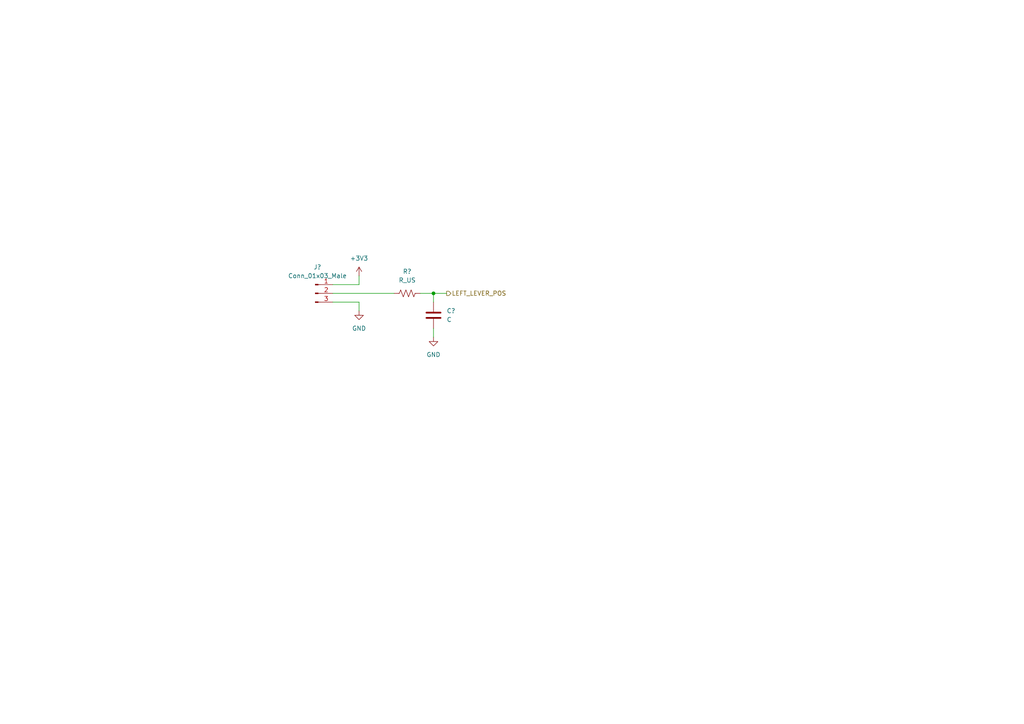
<source format=kicad_sch>
(kicad_sch (version 20211123) (generator eeschema)

  (uuid a837b3ea-1031-4dca-937f-f3e39132211c)

  (paper "A4")

  (lib_symbols
    (symbol "Connector:Conn_01x03_Male" (pin_names (offset 1.016) hide) (in_bom yes) (on_board yes)
      (property "Reference" "J" (id 0) (at 0 5.08 0)
        (effects (font (size 1.27 1.27)))
      )
      (property "Value" "Conn_01x03_Male" (id 1) (at 0 -5.08 0)
        (effects (font (size 1.27 1.27)))
      )
      (property "Footprint" "" (id 2) (at 0 0 0)
        (effects (font (size 1.27 1.27)) hide)
      )
      (property "Datasheet" "~" (id 3) (at 0 0 0)
        (effects (font (size 1.27 1.27)) hide)
      )
      (property "ki_keywords" "connector" (id 4) (at 0 0 0)
        (effects (font (size 1.27 1.27)) hide)
      )
      (property "ki_description" "Generic connector, single row, 01x03, script generated (kicad-library-utils/schlib/autogen/connector/)" (id 5) (at 0 0 0)
        (effects (font (size 1.27 1.27)) hide)
      )
      (property "ki_fp_filters" "Connector*:*_1x??_*" (id 6) (at 0 0 0)
        (effects (font (size 1.27 1.27)) hide)
      )
      (symbol "Conn_01x03_Male_1_1"
        (polyline
          (pts
            (xy 1.27 -2.54)
            (xy 0.8636 -2.54)
          )
          (stroke (width 0.1524) (type default) (color 0 0 0 0))
          (fill (type none))
        )
        (polyline
          (pts
            (xy 1.27 0)
            (xy 0.8636 0)
          )
          (stroke (width 0.1524) (type default) (color 0 0 0 0))
          (fill (type none))
        )
        (polyline
          (pts
            (xy 1.27 2.54)
            (xy 0.8636 2.54)
          )
          (stroke (width 0.1524) (type default) (color 0 0 0 0))
          (fill (type none))
        )
        (rectangle (start 0.8636 -2.413) (end 0 -2.667)
          (stroke (width 0.1524) (type default) (color 0 0 0 0))
          (fill (type outline))
        )
        (rectangle (start 0.8636 0.127) (end 0 -0.127)
          (stroke (width 0.1524) (type default) (color 0 0 0 0))
          (fill (type outline))
        )
        (rectangle (start 0.8636 2.667) (end 0 2.413)
          (stroke (width 0.1524) (type default) (color 0 0 0 0))
          (fill (type outline))
        )
        (pin passive line (at 5.08 2.54 180) (length 3.81)
          (name "Pin_1" (effects (font (size 1.27 1.27))))
          (number "1" (effects (font (size 1.27 1.27))))
        )
        (pin passive line (at 5.08 0 180) (length 3.81)
          (name "Pin_2" (effects (font (size 1.27 1.27))))
          (number "2" (effects (font (size 1.27 1.27))))
        )
        (pin passive line (at 5.08 -2.54 180) (length 3.81)
          (name "Pin_3" (effects (font (size 1.27 1.27))))
          (number "3" (effects (font (size 1.27 1.27))))
        )
      )
    )
    (symbol "Device:C" (pin_numbers hide) (pin_names (offset 0.254)) (in_bom yes) (on_board yes)
      (property "Reference" "C" (id 0) (at 0.635 2.54 0)
        (effects (font (size 1.27 1.27)) (justify left))
      )
      (property "Value" "C" (id 1) (at 0.635 -2.54 0)
        (effects (font (size 1.27 1.27)) (justify left))
      )
      (property "Footprint" "" (id 2) (at 0.9652 -3.81 0)
        (effects (font (size 1.27 1.27)) hide)
      )
      (property "Datasheet" "~" (id 3) (at 0 0 0)
        (effects (font (size 1.27 1.27)) hide)
      )
      (property "ki_keywords" "cap capacitor" (id 4) (at 0 0 0)
        (effects (font (size 1.27 1.27)) hide)
      )
      (property "ki_description" "Unpolarized capacitor" (id 5) (at 0 0 0)
        (effects (font (size 1.27 1.27)) hide)
      )
      (property "ki_fp_filters" "C_*" (id 6) (at 0 0 0)
        (effects (font (size 1.27 1.27)) hide)
      )
      (symbol "C_0_1"
        (polyline
          (pts
            (xy -2.032 -0.762)
            (xy 2.032 -0.762)
          )
          (stroke (width 0.508) (type default) (color 0 0 0 0))
          (fill (type none))
        )
        (polyline
          (pts
            (xy -2.032 0.762)
            (xy 2.032 0.762)
          )
          (stroke (width 0.508) (type default) (color 0 0 0 0))
          (fill (type none))
        )
      )
      (symbol "C_1_1"
        (pin passive line (at 0 3.81 270) (length 2.794)
          (name "~" (effects (font (size 1.27 1.27))))
          (number "1" (effects (font (size 1.27 1.27))))
        )
        (pin passive line (at 0 -3.81 90) (length 2.794)
          (name "~" (effects (font (size 1.27 1.27))))
          (number "2" (effects (font (size 1.27 1.27))))
        )
      )
    )
    (symbol "Device:R_US" (pin_numbers hide) (pin_names (offset 0)) (in_bom yes) (on_board yes)
      (property "Reference" "R" (id 0) (at 2.54 0 90)
        (effects (font (size 1.27 1.27)))
      )
      (property "Value" "R_US" (id 1) (at -2.54 0 90)
        (effects (font (size 1.27 1.27)))
      )
      (property "Footprint" "" (id 2) (at 1.016 -0.254 90)
        (effects (font (size 1.27 1.27)) hide)
      )
      (property "Datasheet" "~" (id 3) (at 0 0 0)
        (effects (font (size 1.27 1.27)) hide)
      )
      (property "ki_keywords" "R res resistor" (id 4) (at 0 0 0)
        (effects (font (size 1.27 1.27)) hide)
      )
      (property "ki_description" "Resistor, US symbol" (id 5) (at 0 0 0)
        (effects (font (size 1.27 1.27)) hide)
      )
      (property "ki_fp_filters" "R_*" (id 6) (at 0 0 0)
        (effects (font (size 1.27 1.27)) hide)
      )
      (symbol "R_US_0_1"
        (polyline
          (pts
            (xy 0 -2.286)
            (xy 0 -2.54)
          )
          (stroke (width 0) (type default) (color 0 0 0 0))
          (fill (type none))
        )
        (polyline
          (pts
            (xy 0 2.286)
            (xy 0 2.54)
          )
          (stroke (width 0) (type default) (color 0 0 0 0))
          (fill (type none))
        )
        (polyline
          (pts
            (xy 0 -0.762)
            (xy 1.016 -1.143)
            (xy 0 -1.524)
            (xy -1.016 -1.905)
            (xy 0 -2.286)
          )
          (stroke (width 0) (type default) (color 0 0 0 0))
          (fill (type none))
        )
        (polyline
          (pts
            (xy 0 0.762)
            (xy 1.016 0.381)
            (xy 0 0)
            (xy -1.016 -0.381)
            (xy 0 -0.762)
          )
          (stroke (width 0) (type default) (color 0 0 0 0))
          (fill (type none))
        )
        (polyline
          (pts
            (xy 0 2.286)
            (xy 1.016 1.905)
            (xy 0 1.524)
            (xy -1.016 1.143)
            (xy 0 0.762)
          )
          (stroke (width 0) (type default) (color 0 0 0 0))
          (fill (type none))
        )
      )
      (symbol "R_US_1_1"
        (pin passive line (at 0 3.81 270) (length 1.27)
          (name "~" (effects (font (size 1.27 1.27))))
          (number "1" (effects (font (size 1.27 1.27))))
        )
        (pin passive line (at 0 -3.81 90) (length 1.27)
          (name "~" (effects (font (size 1.27 1.27))))
          (number "2" (effects (font (size 1.27 1.27))))
        )
      )
    )
    (symbol "power:+3V3" (power) (pin_names (offset 0)) (in_bom yes) (on_board yes)
      (property "Reference" "#PWR" (id 0) (at 0 -3.81 0)
        (effects (font (size 1.27 1.27)) hide)
      )
      (property "Value" "+3V3" (id 1) (at 0 3.556 0)
        (effects (font (size 1.27 1.27)))
      )
      (property "Footprint" "" (id 2) (at 0 0 0)
        (effects (font (size 1.27 1.27)) hide)
      )
      (property "Datasheet" "" (id 3) (at 0 0 0)
        (effects (font (size 1.27 1.27)) hide)
      )
      (property "ki_keywords" "power-flag" (id 4) (at 0 0 0)
        (effects (font (size 1.27 1.27)) hide)
      )
      (property "ki_description" "Power symbol creates a global label with name \"+3V3\"" (id 5) (at 0 0 0)
        (effects (font (size 1.27 1.27)) hide)
      )
      (symbol "+3V3_0_1"
        (polyline
          (pts
            (xy -0.762 1.27)
            (xy 0 2.54)
          )
          (stroke (width 0) (type default) (color 0 0 0 0))
          (fill (type none))
        )
        (polyline
          (pts
            (xy 0 0)
            (xy 0 2.54)
          )
          (stroke (width 0) (type default) (color 0 0 0 0))
          (fill (type none))
        )
        (polyline
          (pts
            (xy 0 2.54)
            (xy 0.762 1.27)
          )
          (stroke (width 0) (type default) (color 0 0 0 0))
          (fill (type none))
        )
      )
      (symbol "+3V3_1_1"
        (pin power_in line (at 0 0 90) (length 0) hide
          (name "+3V3" (effects (font (size 1.27 1.27))))
          (number "1" (effects (font (size 1.27 1.27))))
        )
      )
    )
    (symbol "power:GND" (power) (pin_names (offset 0)) (in_bom yes) (on_board yes)
      (property "Reference" "#PWR" (id 0) (at 0 -6.35 0)
        (effects (font (size 1.27 1.27)) hide)
      )
      (property "Value" "GND" (id 1) (at 0 -3.81 0)
        (effects (font (size 1.27 1.27)))
      )
      (property "Footprint" "" (id 2) (at 0 0 0)
        (effects (font (size 1.27 1.27)) hide)
      )
      (property "Datasheet" "" (id 3) (at 0 0 0)
        (effects (font (size 1.27 1.27)) hide)
      )
      (property "ki_keywords" "power-flag" (id 4) (at 0 0 0)
        (effects (font (size 1.27 1.27)) hide)
      )
      (property "ki_description" "Power symbol creates a global label with name \"GND\" , ground" (id 5) (at 0 0 0)
        (effects (font (size 1.27 1.27)) hide)
      )
      (symbol "GND_0_1"
        (polyline
          (pts
            (xy 0 0)
            (xy 0 -1.27)
            (xy 1.27 -1.27)
            (xy 0 -2.54)
            (xy -1.27 -1.27)
            (xy 0 -1.27)
          )
          (stroke (width 0) (type default) (color 0 0 0 0))
          (fill (type none))
        )
      )
      (symbol "GND_1_1"
        (pin power_in line (at 0 0 270) (length 0) hide
          (name "GND" (effects (font (size 1.27 1.27))))
          (number "1" (effects (font (size 1.27 1.27))))
        )
      )
    )
  )

  (junction (at 125.73 85.09) (diameter 0) (color 0 0 0 0)
    (uuid 0c24d6c3-2172-4247-9eb7-b6c30be00e68)
  )

  (wire (pts (xy 125.73 85.09) (xy 129.54 85.09))
    (stroke (width 0) (type default) (color 0 0 0 0))
    (uuid 3bcf1182-d034-4bd2-96d6-ecb83f927242)
  )
  (wire (pts (xy 104.14 82.55) (xy 96.52 82.55))
    (stroke (width 0) (type default) (color 0 0 0 0))
    (uuid 525fcf66-045e-4dad-bb0e-eed6c84de63a)
  )
  (wire (pts (xy 104.14 80.01) (xy 104.14 82.55))
    (stroke (width 0) (type default) (color 0 0 0 0))
    (uuid 5582dfd6-eb29-4edd-89b7-b26d8c1c843d)
  )
  (wire (pts (xy 125.73 95.25) (xy 125.73 97.79))
    (stroke (width 0) (type default) (color 0 0 0 0))
    (uuid 8637e704-dd37-4b4e-99da-6d132a89af5e)
  )
  (wire (pts (xy 121.92 85.09) (xy 125.73 85.09))
    (stroke (width 0) (type default) (color 0 0 0 0))
    (uuid 8fcc9104-ec5e-4443-8bff-25c545accf69)
  )
  (wire (pts (xy 104.14 90.17) (xy 104.14 87.63))
    (stroke (width 0) (type default) (color 0 0 0 0))
    (uuid c5722ce6-3181-4edc-a6f2-45e329eab18c)
  )
  (wire (pts (xy 96.52 85.09) (xy 114.3 85.09))
    (stroke (width 0) (type default) (color 0 0 0 0))
    (uuid c6d34d40-c807-45ff-81a6-0f0183572470)
  )
  (wire (pts (xy 125.73 85.09) (xy 125.73 87.63))
    (stroke (width 0) (type default) (color 0 0 0 0))
    (uuid d594f2f7-877a-4a22-bbd5-b2296208bd37)
  )
  (wire (pts (xy 104.14 87.63) (xy 96.52 87.63))
    (stroke (width 0) (type default) (color 0 0 0 0))
    (uuid d5e086ec-3828-4e56-a069-651c601e45bb)
  )

  (hierarchical_label "LEFT_LEVER_POS" (shape output) (at 129.54 85.09 0)
    (effects (font (size 1.27 1.27)) (justify left))
    (uuid bb235548-bc41-412d-b321-38b183f32c89)
  )

  (symbol (lib_id "Device:C") (at 125.73 91.44 0) (unit 1)
    (in_bom yes) (on_board yes) (fields_autoplaced)
    (uuid 2577d8b5-5bd1-48d0-830b-3015be5e3db1)
    (property "Reference" "C?" (id 0) (at 129.54 90.1699 0)
      (effects (font (size 1.27 1.27)) (justify left))
    )
    (property "Value" "C" (id 1) (at 129.54 92.7099 0)
      (effects (font (size 1.27 1.27)) (justify left))
    )
    (property "Footprint" "" (id 2) (at 126.6952 95.25 0)
      (effects (font (size 1.27 1.27)) hide)
    )
    (property "Datasheet" "~" (id 3) (at 125.73 91.44 0)
      (effects (font (size 1.27 1.27)) hide)
    )
    (pin "1" (uuid 0eb60159-5ede-439f-833e-5457c0ee10f9))
    (pin "2" (uuid ffe2cf84-c094-40b7-b1e9-6061d9124ef2))
  )

  (symbol (lib_id "Connector:Conn_01x03_Male") (at 91.44 85.09 0) (unit 1)
    (in_bom yes) (on_board yes) (fields_autoplaced)
    (uuid 29746a42-ba4b-47d8-bff7-34ad54f1335c)
    (property "Reference" "J?" (id 0) (at 92.075 77.47 0))
    (property "Value" "Conn_01x03_Male" (id 1) (at 92.075 80.01 0))
    (property "Footprint" "" (id 2) (at 91.44 85.09 0)
      (effects (font (size 1.27 1.27)) hide)
    )
    (property "Datasheet" "~" (id 3) (at 91.44 85.09 0)
      (effects (font (size 1.27 1.27)) hide)
    )
    (pin "1" (uuid 0e6eb9f1-0111-4ae4-828a-86779af157cf))
    (pin "2" (uuid 6806a208-51ed-4d23-8e48-ad65e57a3bef))
    (pin "3" (uuid 940b51fb-ab60-4fb1-8311-3a77d9b6429e))
  )

  (symbol (lib_id "power:GND") (at 125.73 97.79 0) (unit 1)
    (in_bom yes) (on_board yes) (fields_autoplaced)
    (uuid aeb6b3ef-b4da-494d-8722-55c1112ebce9)
    (property "Reference" "#PWR?" (id 0) (at 125.73 104.14 0)
      (effects (font (size 1.27 1.27)) hide)
    )
    (property "Value" "GND" (id 1) (at 125.73 102.87 0))
    (property "Footprint" "" (id 2) (at 125.73 97.79 0)
      (effects (font (size 1.27 1.27)) hide)
    )
    (property "Datasheet" "" (id 3) (at 125.73 97.79 0)
      (effects (font (size 1.27 1.27)) hide)
    )
    (pin "1" (uuid b721402b-fc7e-418f-94a5-63c0daaf61b4))
  )

  (symbol (lib_id "Device:R_US") (at 118.11 85.09 90) (unit 1)
    (in_bom yes) (on_board yes) (fields_autoplaced)
    (uuid aebfa8da-fbfe-4bf4-975f-de5dbf4ae57a)
    (property "Reference" "R?" (id 0) (at 118.11 78.74 90))
    (property "Value" "R_US" (id 1) (at 118.11 81.28 90))
    (property "Footprint" "" (id 2) (at 118.364 84.074 90)
      (effects (font (size 1.27 1.27)) hide)
    )
    (property "Datasheet" "~" (id 3) (at 118.11 85.09 0)
      (effects (font (size 1.27 1.27)) hide)
    )
    (pin "1" (uuid d27807c0-8ff8-4f77-b805-676f785818e6))
    (pin "2" (uuid 6c68fea9-8d2a-4b5d-8956-0603fe1ad716))
  )

  (symbol (lib_id "power:+3V3") (at 104.14 80.01 0) (unit 1)
    (in_bom yes) (on_board yes) (fields_autoplaced)
    (uuid e8644c5e-733c-4890-b043-4a0e2bdf587d)
    (property "Reference" "#PWR?" (id 0) (at 104.14 83.82 0)
      (effects (font (size 1.27 1.27)) hide)
    )
    (property "Value" "+3V3" (id 1) (at 104.14 74.93 0))
    (property "Footprint" "" (id 2) (at 104.14 80.01 0)
      (effects (font (size 1.27 1.27)) hide)
    )
    (property "Datasheet" "" (id 3) (at 104.14 80.01 0)
      (effects (font (size 1.27 1.27)) hide)
    )
    (pin "1" (uuid bc6ba84f-291d-4d12-bd13-d589f0e2b3e7))
  )

  (symbol (lib_id "power:GND") (at 104.14 90.17 0) (unit 1)
    (in_bom yes) (on_board yes) (fields_autoplaced)
    (uuid f73b586c-2f39-4b2d-9f69-316bba79029c)
    (property "Reference" "#PWR?" (id 0) (at 104.14 96.52 0)
      (effects (font (size 1.27 1.27)) hide)
    )
    (property "Value" "GND" (id 1) (at 104.14 95.25 0))
    (property "Footprint" "" (id 2) (at 104.14 90.17 0)
      (effects (font (size 1.27 1.27)) hide)
    )
    (property "Datasheet" "" (id 3) (at 104.14 90.17 0)
      (effects (font (size 1.27 1.27)) hide)
    )
    (pin "1" (uuid b46008d2-4b2b-4ded-b088-5cdb8a1236b0))
  )
)

</source>
